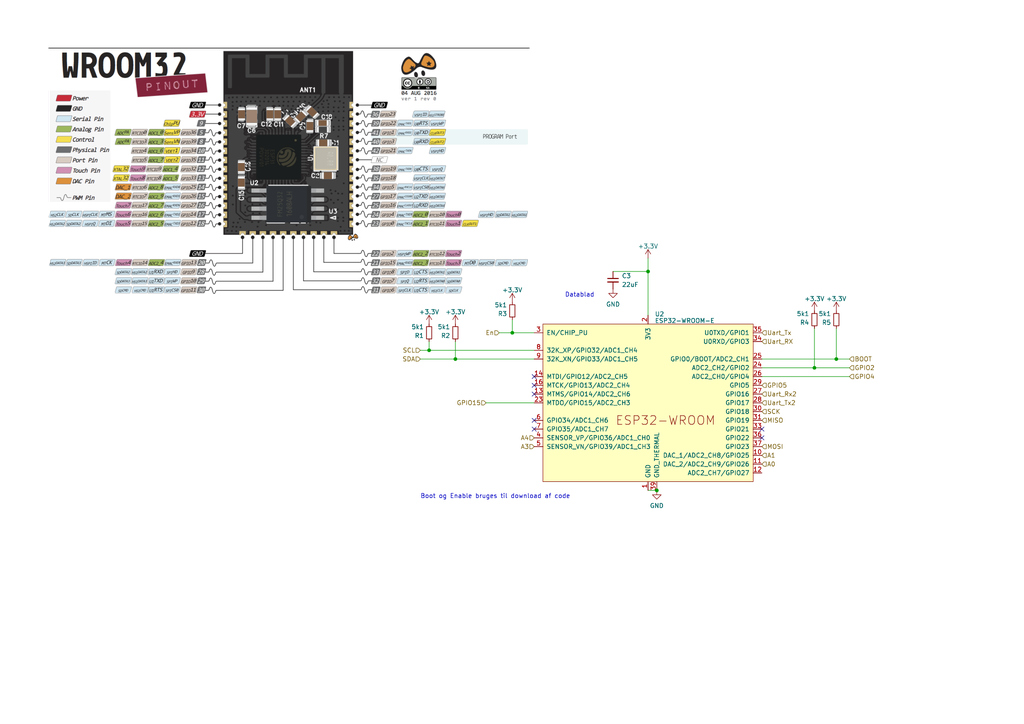
<source format=kicad_sch>
(kicad_sch (version 20231120) (generator "eeschema") (generator_version "8.0")
  (paper "A4")
  (lib_symbols
    (symbol "Device:C_Small" (pin_numbers hide) (pin_names (offset 0.254) hide)
      (property "Reference" "C" (at 0.254 1.778 0))
      (property "Value" "C_Small" (at 0.254 -2.032 0))
      (symbol "C_Small_0_1"
        (polyline (pts (xy -1.524 -0.508) (xy 1.524 -0.508)) (stroke (width 0.3302)))
        (polyline (pts (xy -1.524 0.508) (xy 1.524 0.508)) (stroke (width 0.3048)))
      )
      (symbol "C_Small_1_1"
        (pin passive line (at 0 2.54 270) (length 2.032) (name "~") (number "1"))
        (pin passive line (at 0 -2.54 90) (length 2.032) (name "~") (number "2"))
      )
    )
    (symbol "Device:R_Small" (pin_numbers hide) (pin_names (offset 0.254) hide)
      (property "Reference" "R" (at 0.762 0.508 0))
      (property "Value" "R_Small" (at 0.762 -1.016 0))
      (symbol "R_Small_0_1"
        (rectangle (start -0.762 1.778) (end 0.762 -1.778) (stroke (width 0.2032)))
      )
      (symbol "R_Small_1_1"
        (pin passive line (at 0 2.54 270) (length 0.762) (name "~") (number "1"))
        (pin passive line (at 0 -2.54 90) (length 0.762) (name "~") (number "2"))
      )
    )
    (symbol "Espressif:ESP32-WROOM-E" (pin_names (offset 1.016))
      (property "Reference" "U" (at -30.48 27.94 0))
      (property "Value" "ESP32-WROOM-E" (at -30.48 25.4 0))
      (symbol "ESP32-WROOM-E_0_1"
        (rectangle (start -30.48 22.86) (end 30.48 -22.86) (fill (type background)))
      )
      (symbol "ESP32-WROOM-E_1_1"
        (text "ESP32-­WROOM­" (at 5.08 -5.08 0) (effects (font (size 2.54 2.54))))
        (pin power_in line (at 0 -25.4 90) (length 2.54) (name "GND") (number "1"))
        (pin bidirectional line (at 33.02 -15.24 180) (length 2.54) (name "DAC_1/ADC2_CH8/GPIO25") (number "10"))
        (pin bidirectional line (at 33.02 -17.78 180) (length 2.54) (name "DAC_2/ADC2_CH9/GPIO26") (number "11"))
        (pin bidirectional line (at 33.02 -20.32 180) (length 2.54) (name "ADC2_CH7/GPIO27") (number "12"))
        (pin bidirectional line (at -33.02 2.54 0) (length 2.54) (name "MTMS/GPIO14/ADC2_CH6") (number "13"))
        (pin bidirectional line (at -33.02 7.62 0) (length 2.54) (name "MTDI/GPIO12/ADC2_CH5") (number "14"))
        (pin passive line (at 0 -25.4 90) (length 2.54) hide (name "GND") (number "15"))
        (pin bidirectional line (at -33.02 5.08 0) (length 2.54) (name "MTCK/GPIO13/ADC2_CH4") (number "16"))
        (pin power_in line (at 0 25.4 270) (length 2.54) (name "3V3") (number "2"))
        (pin bidirectional line (at -33.02 0 0) (length 2.54) (name "MTDO/GPIO15/ADC2_CH3") (number "23"))
        (pin bidirectional line (at 33.02 10.16 180) (length 2.54) (name "ADC2_CH2/GPIO2") (number "24"))
        (pin bidirectional line (at 33.02 12.7 180) (length 2.54) (name "GPIO0/BOOT/ADC2_CH1") (number "25"))
        (pin bidirectional line (at 33.02 7.62 180) (length 2.54) (name "ADC2_CH0/GPIO4") (number "26"))
        (pin bidirectional line (at 33.02 2.54 180) (length 2.54) (name "GPIO16") (number "27"))
        (pin bidirectional line (at 33.02 0 180) (length 2.54) (name "GPIO17") (number "28"))
        (pin bidirectional line (at 33.02 5.08 180) (length 2.54) (name "GPIO5") (number "29"))
        (pin input line (at -33.02 20.32 0) (length 2.54) (name "EN/CHIP_PU") (number "3"))
        (pin bidirectional line (at 33.02 -2.54 180) (length 2.54) (name "GPIO18") (number "30"))
        (pin bidirectional line (at 33.02 -5.08 180) (length 2.54) (name "GPIO19") (number "31"))
        (pin bidirectional line (at 33.02 -7.62 180) (length 2.54) (name "GPIO21") (number "33"))
        (pin bidirectional line (at 33.02 17.78 180) (length 2.54) (name "U0RXD/GPIO3") (number "34"))
        (pin bidirectional line (at 33.02 20.32 180) (length 2.54) (name "U0TXD/GPIO1") (number "35"))
        (pin bidirectional line (at 33.02 -10.16 180) (length 2.54) (name "GPIO22") (number "36"))
        (pin bidirectional line (at 33.02 -12.7 180) (length 2.54) (name "GPIO23") (number "37"))
        (pin passive line (at 0 -25.4 90) (length 2.54) hide (name "GND") (number "38"))
        (pin power_in line (at 2.54 -25.4 90) (length 2.54) (name "GND_THERMAL") (number "39"))
        (pin input line (at -33.02 -10.16 0) (length 2.54) (name "SENSOR_VP/GPIO36/ADC1_CH0") (number "4"))
        (pin input line (at -33.02 -12.7 0) (length 2.54) (name "SENSOR_VN/GPIO39/ADC1_CH3") (number "5"))
        (pin input line (at -33.02 -5.08 0) (length 2.54) (name "GPIO34/ADC1_CH6") (number "6"))
        (pin input line (at -33.02 -7.62 0) (length 2.54) (name "GPIO35/ADC1_CH7") (number "7"))
        (pin bidirectional line (at -33.02 15.24 0) (length 2.54) (name "32K_XP/GPIO32/ADC1_CH4") (number "8"))
        (pin bidirectional line (at -33.02 12.7 0) (length 2.54) (name "32K_XN/GPIO33/ADC1_CH5") (number "9"))
      )
    )
    (symbol "power:+3.3V" (power) (pin_names (offset 0))
      (property "Value" "+3.3V" (at 0 3.556 0))
      (symbol "+3.3V_0_1"
        (polyline (pts (xy -0.762 1.27) (xy 0 2.54)))
        (polyline (pts (xy 0 0) (xy 0 2.54)))
        (polyline (pts (xy 0 2.54) (xy 0.762 1.27)))
      )
      (symbol "+3.3V_1_1"
        (pin power_in line (at 0 0 90) (length 0) hide (name "+3.3V") (number "1"))
      )
    )
    (symbol "power:GND" (power) (pin_names (offset 0))
      (property "Value" "GND" (at 0 -3.81 0))
      (symbol "GND_0_1"
        (polyline (pts (xy 0 0) (xy 0 -1.27) (xy 1.27 -1.27) (xy 0 -2.54) (xy -1.27 -1.27) (xy 0 -1.27)))
      )
      (symbol "GND_1_1"
        (pin power_in line (at 0 0 270) (length 0) hide (name "GND") (number "1"))
      )
    )
  )
  (junction (at 242.57 104.14))
  (junction (at 187.96 78.74))
  (junction (at 132.08 104.14))
  (junction (at 124.46 101.6))
  (junction (at 148.59 96.52))
  (junction (at 190.5 142.24))
  (junction (at 236.22 106.68))
  (no_connect (at 154.94 111.76))
  (no_connect (at 154.94 114.3))
  (no_connect (at 220.98 124.46))
  (no_connect (at 154.94 109.22))
  (no_connect (at 220.98 127))
  (no_connect (at 154.94 124.46))
  (no_connect (at 154.94 121.92))
  (wire (pts (xy 124.46 101.6) (xy 154.94 101.6)))
  (wire (pts (xy 177.8 78.74) (xy 187.96 78.74)))
  (wire (pts (xy 140.97 116.84) (xy 154.94 116.84)))
  (wire (pts (xy 132.08 99.06) (xy 132.08 104.14)))
  (wire (pts (xy 148.59 96.52) (xy 154.94 96.52)))
  (wire (pts (xy 236.22 106.68) (xy 246.38 106.68)))
  (wire (pts (xy 121.92 104.14) (xy 132.08 104.14)))
  (wire (pts (xy 148.59 96.52) (xy 148.59 92.71)))
  (wire (pts (xy 246.38 104.14) (xy 242.57 104.14)))
  (wire (pts (xy 124.46 99.06) (xy 124.46 101.6)))
  (wire (pts (xy 242.57 95.25) (xy 242.57 104.14)))
  (wire (pts (xy 132.08 104.14) (xy 154.94 104.14)))
  (wire (pts (xy 242.57 104.14) (xy 220.98 104.14)))
  (wire (pts (xy 121.92 101.6) (xy 124.46 101.6)))
  (wire (pts (xy 187.96 78.74) (xy 187.96 91.44)))
  (wire (pts (xy 236.22 106.68) (xy 236.22 95.25)))
  (wire (pts (xy 187.96 142.24) (xy 190.5 142.24)))
  (wire (pts (xy 187.96 74.93) (xy 187.96 78.74)))
  (wire (pts (xy 220.98 106.68) (xy 236.22 106.68)))
  (wire (pts (xy 220.98 109.22) (xy 246.38 109.22)))
  (wire (pts (xy 144.78 96.52) (xy 148.59 96.52)))
  (image (at 83.82 49.53) (scale 0.369395))
  (text "Datablad" (at 163.83 86.36 0) (effects (font (size 1.27 1.27)) (justify left bottom)))
  (text "Boot og Enable bruges til download af code" (at 121.92 144.78 0) (effects (font (size 1.27 1.27)) (justify left bottom)))
  (hierarchical_label "GPIO2" (shape input) (at 246.38 106.68 0))
  (hierarchical_label "SDA" (shape input) (at 121.92 104.14 180))
  (hierarchical_label "GPIO15" (shape input) (at 140.97 116.84 180))
  (hierarchical_label "A3" (shape input) (at 154.94 129.54 180))
  (hierarchical_label "SCK" (shape input) (at 220.98 119.38 0))
  (hierarchical_label "GPIO5" (shape input) (at 220.98 111.76 0))
  (hierarchical_label "MISO" (shape input) (at 220.98 121.92 0))
  (hierarchical_label "En" (shape input) (at 144.78 96.52 180))
  (hierarchical_label "Uart_Tx" (shape input) (at 220.98 96.52 0))
  (hierarchical_label "Uart_Tx2" (shape input) (at 220.98 116.84 0))
  (hierarchical_label "GPIO4" (shape input) (at 246.38 109.22 0))
  (hierarchical_label "A0" (shape input) (at 220.98 134.62 0))
  (hierarchical_label "MOSI" (shape input) (at 220.98 129.54 0))
  (hierarchical_label "Uart_Rx2" (shape input) (at 220.98 114.3 0))
  (hierarchical_label "BOOT" (shape input) (at 246.38 104.14 0))
  (hierarchical_label "A4" (shape input) (at 154.94 127 180))
  (hierarchical_label "A1" (shape input) (at 220.98 132.08 0))
  (hierarchical_label "Uart_RX" (shape input) (at 220.98 99.06 0))
  (hierarchical_label "SCL" (shape input) (at 121.92 101.6 180))
  (symbol (lib_id "Device:R_Small") (at 242.57 92.71 180) (unit 1)
    (property "Reference" "R5" (at 241.0714 93.5447 0) (effects (justify left)))
    (property "Value" "5k1" (at 241.0714 91.0078 0) (effects (justify left)))
    (property "Footprint" "Resistor_SMD:R_0603_1608Metric" (effects (hide yes)))
    (instances (project "PresenceDetection" (path "" (reference "R5") (unit 1))) (project "Brewzilla" (path "" (reference "R1") (unit 1))))
  )
  (symbol (lib_id "Device:R_Small") (at 236.22 92.71 180) (unit 1)
    (property "Reference" "R4" (at 234.7214 93.5447 0) (effects (justify left)))
    (property "Value" "5k1" (at 234.7214 91.0078 0) (effects (justify left)))
    (property "Footprint" "Resistor_SMD:R_0603_1608Metric" (effects (hide yes)))
    (instances (project "PresenceDetection" (path "" (reference "R4") (unit 1))) (project "Brewzilla" (path "" (reference "R2") (unit 1))))
  )
  (symbol (lib_id "power:+3.3V") (at 236.22 90.17 0) (unit 1)
    (property "Reference" "#PWR017" (effects (hide yes)))
    (property "Value" "+3.3V" (at 236.22 86.6681 0))
    (instances (project "PresenceDetection" (path "" (reference "#PWR017") (unit 1))) (project "Brewzilla" (path "" (reference "#PWR03") (unit 1))))
  )
  (symbol (lib_id "Device:R_Small") (at 148.59 90.17 180) (unit 1)
    (property "Reference" "R3" (at 147.0914 91.0047 0) (effects (justify left)))
    (property "Value" "5k1" (at 147.0914 88.4678 0) (effects (justify left)))
    (property "Footprint" "Resistor_SMD:R_0603_1608Metric" (effects (hide yes)))
  )
  (symbol (lib_id "Device:R_Small") (at 132.08 96.52 180) (unit 1)
    (property "Reference" "R2" (at 130.5814 97.3547 0) (effects (justify left)))
    (property "Value" "5k1" (at 130.5814 94.8178 0) (effects (justify left)))
    (property "Footprint" "Resistor_SMD:R_0603_1608Metric" (effects (hide yes)))
    (instances (project "PresenceDetection" (path "" (reference "R2") (unit 1))) (project "Brewzilla" (path "" (reference "R14") (unit 1))))
  )
  (symbol (lib_id "power:+3.3V") (at 187.96 74.93 0) (unit 1)
    (property "Reference" "#PWR015" (effects (hide yes)))
    (property "Value" "+3.3V" (at 187.96 71.4281 0))
    (instances (project "PresenceDetection" (path "" (reference "#PWR015") (unit 1))) (project "Brewzilla" (path "" (reference "#PWR02") (unit 1))))
  )
  (symbol (lib_id "power:GND") (at 190.5 142.24 0) (unit 1)
    (property "Reference" "#PWR016" (effects (hide yes)))
    (property "Value" "GND" (at 190.5 146.6834 0))
    (instances (project "PresenceDetection" (path "" (reference "#PWR016") (unit 1))) (project "Brewzilla" (path "" (reference "#PWR01") (unit 1))))
  )
  (symbol (lib_id "Espressif:ESP32-WROOM-E") (at 187.96 116.84 0) (unit 1)
    (property "Reference" "U2" (at 189.9159 91.0971 0) (effects (justify left)))
    (property "Value" "ESP32-WROOM-E" (at 189.9159 93.0181 0) (effects (justify left)))
    (property "Footprint" "Espressif:ESP32-WROOM-32E" (effects (hide yes)))
    (property "Datasheet" "https://www.espressif.com/sites/default/files/documentation/esp32-wroom-32e_esp32-wroom-32ue_datasheet_en.pdf" (effects (hide yes)))
    (instances (project "PresenceDetection" (path "" (reference "U2") (unit 1))) (project "Brewzilla" (path "" (reference "U1") (unit 1))))
  )
  (symbol (lib_id "power:+3.3V") (at 124.46 93.98 0) (unit 1)
    (property "Reference" "#PWR07" (effects (hide yes)))
    (property "Value" "+3.3V" (at 124.46 90.4781 0))
    (instances (project "PresenceDetection" (path "" (reference "#PWR07") (unit 1))) (project "Brewzilla" (path "" (reference "#PWR035") (unit 1))))
  )
  (symbol (lib_id "power:+3.3V") (at 242.57 90.17 0) (unit 1)
    (property "Reference" "#PWR018" (effects (hide yes)))
    (property "Value" "+3.3V" (at 242.57 86.6681 0))
    (instances (project "PresenceDetection" (path "" (reference "#PWR018") (unit 1))) (project "Brewzilla" (path "" (reference "#PWR043") (unit 1))))
  )
  (symbol (lib_id "Device:R_Small") (at 124.46 96.52 180) (unit 1)
    (property "Reference" "R1" (at 122.9614 97.3547 0) (effects (justify left)))
    (property "Value" "5k1" (at 122.9614 94.8178 0) (effects (justify left)))
    (property "Footprint" "Resistor_SMD:R_0603_1608Metric" (effects (hide yes)))
    (instances (project "PresenceDetection" (path "" (reference "R1") (unit 1))) (project "Brewzilla" (path "" (reference "R15") (unit 1))))
  )
  (symbol (lib_id "power:+3.3V") (at 148.59 87.63 0) (unit 1)
    (property "Reference" "#PWR012" (effects (hide yes)))
    (property "Value" "+3.3V" (at 148.59 84.1281 0))
    (instances (project "PresenceDetection" (path "" (reference "#PWR012") (unit 1))) (project "Brewzilla" (path "" (reference "#PWR05") (unit 1))))
  )
  (symbol (lib_id "Device:C_Small") (at 177.8 81.28 0) (unit 1)
    (property "Reference" "C3" (at 180.34 80.0163 0) (effects (justify left)))
    (property "Value" "22uF" (at 180.34 82.5563 0) (effects (justify left)))
    (property "Footprint" "Capacitor_SMD:C_1206_3216Metric" (effects (hide yes)))
    (instances (project "Max17640" (path "" (reference "C3") (unit 1))) (project "PresenceDetection" (path "" (reference "C2") (unit 1))))
  )
  (symbol (lib_id "power:+3.3V") (at 132.08 93.98 0) (unit 1)
    (property "Reference" "#PWR08" (effects (hide yes)))
    (property "Value" "+3.3V" (at 132.08 90.4781 0))
    (instances (project "PresenceDetection" (path "" (reference "#PWR08") (unit 1))) (project "Brewzilla" (path "" (reference "#PWR034") (unit 1))))
  )
  (symbol (lib_id "power:GND") (at 177.8 83.82 0) (unit 1)
    (property "Reference" "#PWR011" (effects (hide yes)))
    (property "Value" "GND" (at 177.8 88.2634 0))
    (instances (project "PresenceDetection" (path "" (reference "#PWR011") (unit 1))) (project "Brewzilla" (path "" (reference "#PWR01") (unit 1))))
  )
)
</source>
